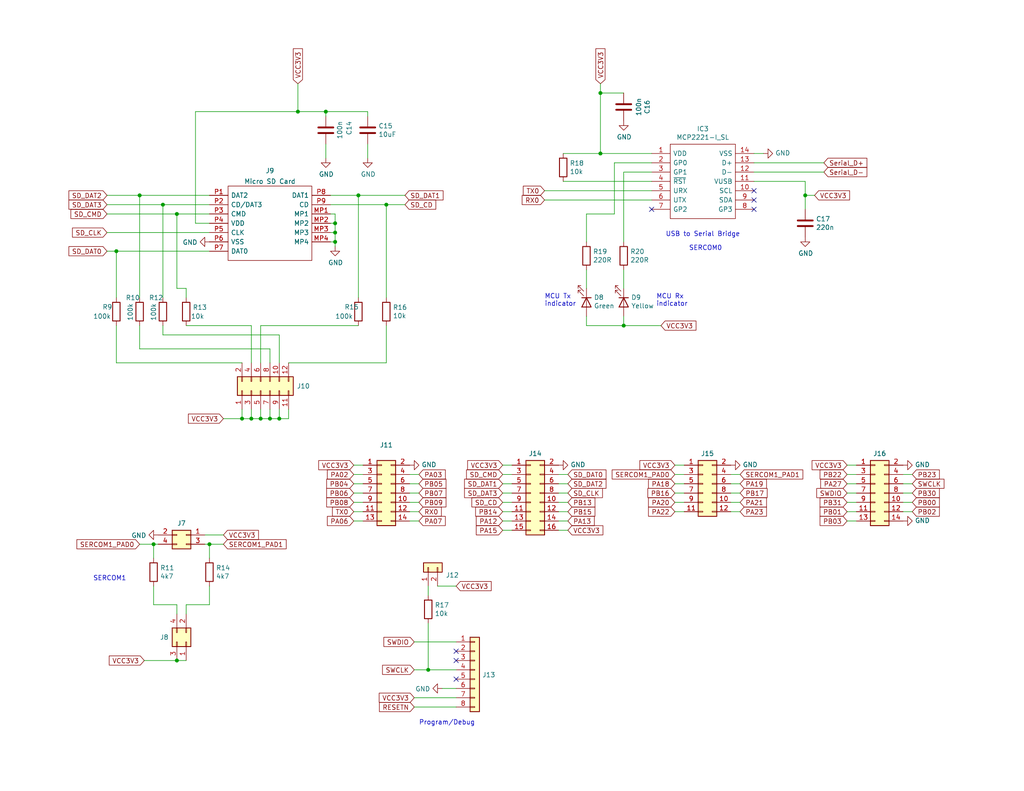
<source format=kicad_sch>
(kicad_sch (version 20211123) (generator eeschema)
  (paper "USLetter")
  (title_block (title "ATSAME51 Demo Board") (date "2021-10-25") (rev "1.0") (company "Quantum Embedded Systems"))
  (lib_symbols
    (symbol "Connector_Generic:Conn_01x02" (pin_names (offset 1.016) hide)
      (property "Reference" "J" (at 0 2.54 0))
      (property "Value" "Conn_01x02" (at 0 -5.08 0))
      (symbol "Conn_01x02_1_1"
        (rectangle (start -1.27 -2.413) (end 0 -2.667) (stroke (width 0.1524)))
        (rectangle (start -1.27 0.127) (end 0 -0.127) (stroke (width 0.1524)))
        (rectangle (start -1.27 1.27) (end 1.27 -3.81) (stroke (width 0.254)) (fill (type background)))
        (pin passive line (at -5.08 0 0) (length 3.81) (name "Pin_1") (number "1"))
        (pin passive line (at -5.08 -2.54 0) (length 3.81) (name "Pin_2") (number "2"))
      )
    )
    (symbol "Connector_Generic:Conn_01x08" (pin_names (offset 1.016) hide)
      (property "Reference" "J" (at 0 10.16 0))
      (property "Value" "Conn_01x08" (at 0 -12.7 0))
      (symbol "Conn_01x08_1_1"
        (rectangle (start -1.27 -10.033) (end 0 -10.287) (stroke (width 0.1524)))
        (rectangle (start -1.27 -7.493) (end 0 -7.747) (stroke (width 0.1524)))
        (rectangle (start -1.27 -4.953) (end 0 -5.207) (stroke (width 0.1524)))
        (rectangle (start -1.27 -2.413) (end 0 -2.667) (stroke (width 0.1524)))
        (rectangle (start -1.27 0.127) (end 0 -0.127) (stroke (width 0.1524)))
        (rectangle (start -1.27 2.667) (end 0 2.413) (stroke (width 0.1524)))
        (rectangle (start -1.27 5.207) (end 0 4.953) (stroke (width 0.1524)))
        (rectangle (start -1.27 7.747) (end 0 7.493) (stroke (width 0.1524)))
        (rectangle (start -1.27 8.89) (end 1.27 -11.43) (stroke (width 0.254)) (fill (type background)))
        (pin passive line (at -5.08 7.62 0) (length 3.81) (name "Pin_1") (number "1"))
        (pin passive line (at -5.08 5.08 0) (length 3.81) (name "Pin_2") (number "2"))
        (pin passive line (at -5.08 2.54 0) (length 3.81) (name "Pin_3") (number "3"))
        (pin passive line (at -5.08 0 0) (length 3.81) (name "Pin_4") (number "4"))
        (pin passive line (at -5.08 -2.54 0) (length 3.81) (name "Pin_5") (number "5"))
        (pin passive line (at -5.08 -5.08 0) (length 3.81) (name "Pin_6") (number "6"))
        (pin passive line (at -5.08 -7.62 0) (length 3.81) (name "Pin_7") (number "7"))
        (pin passive line (at -5.08 -10.16 0) (length 3.81) (name "Pin_8") (number "8"))
      )
    )
    (symbol "Connector_Generic:Conn_02x02_Odd_Even" (pin_names (offset 1.016) hide)
      (property "Reference" "J" (at 1.27 2.54 0))
      (property "Value" "Conn_02x02_Odd_Even" (at 1.27 -5.08 0))
      (symbol "Conn_02x02_Odd_Even_1_1"
        (rectangle (start -1.27 -2.413) (end 0 -2.667) (stroke (width 0.1524)))
        (rectangle (start -1.27 0.127) (end 0 -0.127) (stroke (width 0.1524)))
        (rectangle (start -1.27 1.27) (end 3.81 -3.81) (stroke (width 0.254)) (fill (type background)))
        (rectangle (start 3.81 -2.413) (end 2.54 -2.667) (stroke (width 0.1524)))
        (rectangle (start 3.81 0.127) (end 2.54 -0.127) (stroke (width 0.1524)))
        (pin passive line (at -5.08 0 0) (length 3.81) (name "Pin_1") (number "1"))
        (pin passive line (at 7.62 0 180) (length 3.81) (name "Pin_2") (number "2"))
        (pin passive line (at -5.08 -2.54 0) (length 3.81) (name "Pin_3") (number "3"))
        (pin passive line (at 7.62 -2.54 180) (length 3.81) (name "Pin_4") (number "4"))
      )
    )
    (symbol "Connector_Generic:Conn_02x06_Odd_Even" (pin_names (offset 1.016) hide)
      (property "Reference" "J" (at 1.27 7.62 0))
      (property "Value" "Conn_02x06_Odd_Even" (at 1.27 -10.16 0))
      (symbol "Conn_02x06_Odd_Even_1_1"
        (rectangle (start -1.27 -7.493) (end 0 -7.747) (stroke (width 0.1524)))
        (rectangle (start -1.27 -4.953) (end 0 -5.207) (stroke (width 0.1524)))
        (rectangle (start -1.27 -2.413) (end 0 -2.667) (stroke (width 0.1524)))
        (rectangle (start -1.27 0.127) (end 0 -0.127) (stroke (width 0.1524)))
        (rectangle (start -1.27 2.667) (end 0 2.413) (stroke (width 0.1524)))
        (rectangle (start -1.27 5.207) (end 0 4.953) (stroke (width 0.1524)))
        (rectangle (start -1.27 6.35) (end 3.81 -8.89) (stroke (width 0.254)) (fill (type background)))
        (rectangle (start 3.81 -7.493) (end 2.54 -7.747) (stroke (width 0.1524)))
        (rectangle (start 3.81 -4.953) (end 2.54 -5.207) (stroke (width 0.1524)))
        (rectangle (start 3.81 -2.413) (end 2.54 -2.667) (stroke (width 0.1524)))
        (rectangle (start 3.81 0.127) (end 2.54 -0.127) (stroke (width 0.1524)))
        (rectangle (start 3.81 2.667) (end 2.54 2.413) (stroke (width 0.1524)))
        (rectangle (start 3.81 5.207) (end 2.54 4.953) (stroke (width 0.1524)))
        (pin passive line (at -5.08 5.08 0) (length 3.81) (name "Pin_1") (number "1"))
        (pin passive line (at 7.62 -5.08 180) (length 3.81) (name "Pin_10") (number "10"))
        (pin passive line (at -5.08 -7.62 0) (length 3.81) (name "Pin_11") (number "11"))
        (pin passive line (at 7.62 -7.62 180) (length 3.81) (name "Pin_12") (number "12"))
        (pin passive line (at 7.62 5.08 180) (length 3.81) (name "Pin_2") (number "2"))
        (pin passive line (at -5.08 2.54 0) (length 3.81) (name "Pin_3") (number "3"))
        (pin passive line (at 7.62 2.54 180) (length 3.81) (name "Pin_4") (number "4"))
        (pin passive line (at -5.08 0 0) (length 3.81) (name "Pin_5") (number "5"))
        (pin passive line (at 7.62 0 180) (length 3.81) (name "Pin_6") (number "6"))
        (pin passive line (at -5.08 -2.54 0) (length 3.81) (name "Pin_7") (number "7"))
        (pin passive line (at 7.62 -2.54 180) (length 3.81) (name "Pin_8") (number "8"))
        (pin passive line (at -5.08 -5.08 0) (length 3.81) (name "Pin_9") (number "9"))
      )
    )
    (symbol "Connector_Generic:Conn_02x07_Odd_Even" (pin_names (offset 1.016) hide)
      (property "Reference" "J" (at 1.27 10.16 0))
      (property "Value" "Conn_02x07_Odd_Even" (at 1.27 -10.16 0))
      (symbol "Conn_02x07_Odd_Even_1_1"
        (rectangle (start -1.27 -7.493) (end 0 -7.747) (stroke (width 0.1524)))
        (rectangle (start -1.27 -4.953) (end 0 -5.207) (stroke (width 0.1524)))
        (rectangle (start -1.27 -2.413) (end 0 -2.667) (stroke (width 0.1524)))
        (rectangle (start -1.27 0.127) (end 0 -0.127) (stroke (width 0.1524)))
        (rectangle (start -1.27 2.667) (end 0 2.413) (stroke (width 0.1524)))
        (rectangle (start -1.27 5.207) (end 0 4.953) (stroke (width 0.1524)))
        (rectangle (start -1.27 7.747) (end 0 7.493) (stroke (width 0.1524)))
        (rectangle (start -1.27 8.89) (end 3.81 -8.89) (stroke (width 0.254)) (fill (type background)))
        (rectangle (start 3.81 -7.493) (end 2.54 -7.747) (stroke (width 0.1524)))
        (rectangle (start 3.81 -4.953) (end 2.54 -5.207) (stroke (width 0.1524)))
        (rectangle (start 3.81 -2.413) (end 2.54 -2.667) (stroke (width 0.1524)))
        (rectangle (start 3.81 0.127) (end 2.54 -0.127) (stroke (width 0.1524)))
        (rectangle (start 3.81 2.667) (end 2.54 2.413) (stroke (width 0.1524)))
        (rectangle (start 3.81 5.207) (end 2.54 4.953) (stroke (width 0.1524)))
        (rectangle (start 3.81 7.747) (end 2.54 7.493) (stroke (width 0.1524)))
        (pin passive line (at -5.08 7.62 0) (length 3.81) (name "Pin_1") (number "1"))
        (pin passive line (at 7.62 -2.54 180) (length 3.81) (name "Pin_10") (number "10"))
        (pin passive line (at -5.08 -5.08 0) (length 3.81) (name "Pin_11") (number "11"))
        (pin passive line (at 7.62 -5.08 180) (length 3.81) (name "Pin_12") (number "12"))
        (pin passive line (at -5.08 -7.62 0) (length 3.81) (name "Pin_13") (number "13"))
        (pin passive line (at 7.62 -7.62 180) (length 3.81) (name "Pin_14") (number "14"))
        (pin passive line (at 7.62 7.62 180) (length 3.81) (name "Pin_2") (number "2"))
        (pin passive line (at -5.08 5.08 0) (length 3.81) (name "Pin_3") (number "3"))
        (pin passive line (at 7.62 5.08 180) (length 3.81) (name "Pin_4") (number "4"))
        (pin passive line (at -5.08 2.54 0) (length 3.81) (name "Pin_5") (number "5"))
        (pin passive line (at 7.62 2.54 180) (length 3.81) (name "Pin_6") (number "6"))
        (pin passive line (at -5.08 0 0) (length 3.81) (name "Pin_7") (number "7"))
        (pin passive line (at 7.62 0 180) (length 3.81) (name "Pin_8") (number "8"))
        (pin passive line (at -5.08 -2.54 0) (length 3.81) (name "Pin_9") (number "9"))
      )
    )
    (symbol "Connector_Generic:Conn_02x08_Odd_Even" (pin_names (offset 1.016) hide)
      (property "Reference" "J" (at 1.27 10.16 0))
      (property "Value" "Conn_02x08_Odd_Even" (at 1.27 -12.7 0))
      (symbol "Conn_02x08_Odd_Even_1_1"
        (rectangle (start -1.27 -10.033) (end 0 -10.287) (stroke (width 0.1524)))
        (rectangle (start -1.27 -7.493) (end 0 -7.747) (stroke (width 0.1524)))
        (rectangle (start -1.27 -4.953) (end 0 -5.207) (stroke (width 0.1524)))
        (rectangle (start -1.27 -2.413) (end 0 -2.667) (stroke (width 0.1524)))
        (rectangle (start -1.27 0.127) (end 0 -0.127) (stroke (width 0.1524)))
        (rectangle (start -1.27 2.667) (end 0 2.413) (stroke (width 0.1524)))
        (rectangle (start -1.27 5.207) (end 0 4.953) (stroke (width 0.1524)))
        (rectangle (start -1.27 7.747) (end 0 7.493) (stroke (width 0.1524)))
        (rectangle (start -1.27 8.89) (end 3.81 -11.43) (stroke (width 0.254)) (fill (type background)))
        (rectangle (start 3.81 -10.033) (end 2.54 -10.287) (stroke (width 0.1524)))
        (rectangle (start 3.81 -7.493) (end 2.54 -7.747) (stroke (width 0.1524)))
        (rectangle (start 3.81 -4.953) (end 2.54 -5.207) (stroke (width 0.1524)))
        (rectangle (start 3.81 -2.413) (end 2.54 -2.667) (stroke (width 0.1524)))
        (rectangle (start 3.81 0.127) (end 2.54 -0.127) (stroke (width 0.1524)))
        (rectangle (start 3.81 2.667) (end 2.54 2.413) (stroke (width 0.1524)))
        (rectangle (start 3.81 5.207) (end 2.54 4.953) (stroke (width 0.1524)))
        (rectangle (start 3.81 7.747) (end 2.54 7.493) (stroke (width 0.1524)))
        (pin passive line (at -5.08 7.62 0) (length 3.81) (name "Pin_1") (number "1"))
        (pin passive line (at 7.62 -2.54 180) (length 3.81) (name "Pin_10") (number "10"))
        (pin passive line (at -5.08 -5.08 0) (length 3.81) (name "Pin_11") (number "11"))
        (pin passive line (at 7.62 -5.08 180) (length 3.81) (name "Pin_12") (number "12"))
        (pin passive line (at -5.08 -7.62 0) (length 3.81) (name "Pin_13") (number "13"))
        (pin passive line (at 7.62 -7.62 180) (length 3.81) (name "Pin_14") (number "14"))
        (pin passive line (at -5.08 -10.16 0) (length 3.81) (name "Pin_15") (number "15"))
        (pin passive line (at 7.62 -10.16 180) (length 3.81) (name "Pin_16") (number "16"))
        (pin passive line (at 7.62 7.62 180) (length 3.81) (name "Pin_2") (number "2"))
        (pin passive line (at -5.08 5.08 0) (length 3.81) (name "Pin_3") (number "3"))
        (pin passive line (at 7.62 5.08 180) (length 3.81) (name "Pin_4") (number "4"))
        (pin passive line (at -5.08 2.54 0) (length 3.81) (name "Pin_5") (number "5"))
        (pin passive line (at 7.62 2.54 180) (length 3.81) (name "Pin_6") (number "6"))
        (pin passive line (at -5.08 0 0) (length 3.81) (name "Pin_7") (number "7"))
        (pin passive line (at 7.62 0 180) (length 3.81) (name "Pin_8") (number "8"))
        (pin passive line (at -5.08 -2.54 0) (length 3.81) (name "Pin_9") (number "9"))
      )
    )
    (symbol "Device:C" (pin_numbers hide) (pin_names (offset 0.254))
      (property "Reference" "C" (at 0.635 2.54 0))
      (property "Value" "C" (at 0.635 -2.54 0))
      (symbol "C_0_1"
        (polyline (pts (xy -2.032 -0.762) (xy 2.032 -0.762)) (stroke (width 0.508)))
        (polyline (pts (xy -2.032 0.762) (xy 2.032 0.762)) (stroke (width 0.508)))
      )
      (symbol "C_1_1"
        (pin passive line (at 0 3.81 270) (length 2.794) (name "~") (number "1"))
        (pin passive line (at 0 -3.81 90) (length 2.794) (name "~") (number "2"))
      )
    )
    (symbol "Device:LED" (pin_numbers hide) (pin_names (offset 1.016) hide)
      (property "Reference" "D" (at 0 2.54 0))
      (property "Value" "LED" (at 0 -2.54 0))
      (symbol "LED_0_1"
        (polyline (pts (xy -1.27 -1.27) (xy -1.27 1.27)) (stroke (width 0.254)))
        (polyline (pts (xy -1.27 0) (xy 1.27 0)))
        (polyline (pts (xy 1.27 -1.27) (xy 1.27 1.27) (xy -1.27 0) (xy 1.27 -1.27)) (stroke (width 0.254)))
        (polyline (pts (xy -3.048 -0.762) (xy -4.572 -2.286) (xy -3.81 -2.286) (xy -4.572 -2.286) (xy -4.572 -1.524)))
        (polyline (pts (xy -1.778 -0.762) (xy -3.302 -2.286) (xy -2.54 -2.286) (xy -3.302 -2.286) (xy -3.302 -1.524)))
      )
      (symbol "LED_1_1"
        (pin passive line (at -3.81 0 0) (length 2.54) (name "K") (number "1"))
        (pin passive line (at 3.81 0 180) (length 2.54) (name "A") (number "2"))
      )
    )
    (symbol "Device:R" (pin_numbers hide) (pin_names (offset 0))
      (property "Reference" "R" (at 2.032 0 90))
      (property "Value" "R" (at 0 0 90))
      (symbol "R_0_1"
        (rectangle (start -1.016 -2.54) (end 1.016 2.54) (stroke (width 0.254)))
      )
      (symbol "R_1_1"
        (pin passive line (at 0 3.81 270) (length 1.27) (name "~") (number "1"))
        (pin passive line (at 0 -3.81 90) (length 1.27) (name "~") (number "2"))
      )
    )
    (symbol "SamacSys_Parts:MCP2221-I_SL" (pin_names (offset 0.762))
      (property "Reference" "IC" (at 24.13 7.62 0))
      (property "Value" "MCP2221-I_SL" (at 24.13 5.08 0))
      (symbol "MCP2221-I_SL_0_0"
        (pin passive line (at 0 0 0) (length 5.08) (name "VDD") (number "1"))
        (pin passive line (at 27.94 -10.16 180) (length 5.08) (name "SCL") (number "10"))
        (pin passive line (at 27.94 -7.62 180) (length 5.08) (name "VUSB") (number "11"))
        (pin passive line (at 27.94 -5.08 180) (length 5.08) (name "D-") (number "12"))
        (pin passive line (at 27.94 -2.54 180) (length 5.08) (name "D+") (number "13"))
        (pin passive line (at 27.94 0 180) (length 5.08) (name "VSS") (number "14"))
        (pin passive line (at 0 -2.54 0) (length 5.08) (name "GP0") (number "2"))
        (pin passive line (at 0 -5.08 0) (length 5.08) (name "GP1") (number "3"))
        (pin passive line (at 0 -7.62 0) (length 5.08) (name "~{RST}") (number "4"))
        (pin passive line (at 0 -10.16 0) (length 5.08) (name "URX") (number "5"))
        (pin passive line (at 0 -12.7 0) (length 5.08) (name "UTX") (number "6"))
        (pin passive line (at 0 -15.24 0) (length 5.08) (name "GP2") (number "7"))
        (pin passive line (at 27.94 -15.24 180) (length 5.08) (name "GP3") (number "8"))
        (pin passive line (at 27.94 -12.7 180) (length 5.08) (name "SDA") (number "9"))
      )
      (symbol "MCP2221-I_SL_0_1"
        (polyline (pts (xy 5.08 2.54) (xy 22.86 2.54) (xy 22.86 -17.78) (xy 5.08 -17.78) (xy 5.08 2.54)) (stroke (width 0.1524)))
      )
    )
    (symbol "SamacSys_Parts:MEM2075-00-140-01-A" (pin_names (offset 0.762))
      (property "Reference" "J" (at 29.21 7.62 0))
      (property "Value" "MEM2075-00-140-01-A" (at 29.21 5.08 0))
      (symbol "MEM2075-00-140-01-A_0_0"
        (pin passive line (at 33.02 -5.08 180) (length 5.08) (name "MP1") (number "MP1"))
        (pin passive line (at 33.02 -7.62 180) (length 5.08) (name "MP2") (number "MP2"))
        (pin passive line (at 33.02 -10.16 180) (length 5.08) (name "MP3") (number "MP3"))
        (pin passive line (at 33.02 -12.7 180) (length 5.08) (name "MP4") (number "MP4"))
        (pin passive line (at 0 0 0) (length 5.08) (name "DAT2") (number "P1"))
        (pin passive line (at 0 -2.54 0) (length 5.08) (name "CD/DAT3") (number "P2"))
        (pin passive line (at 0 -5.08 0) (length 5.08) (name "CMD") (number "P3"))
        (pin passive line (at 0 -7.62 0) (length 5.08) (name "VDD") (number "P4"))
        (pin passive line (at 0 -10.16 0) (length 5.08) (name "CLK") (number "P5"))
        (pin passive line (at 0 -12.7 0) (length 5.08) (name "VSS") (number "P6"))
        (pin passive line (at 0 -15.24 0) (length 5.08) (name "DAT0") (number "P7"))
        (pin passive line (at 33.02 0 180) (length 5.08) (name "DAT1") (number "P8"))
        (pin passive line (at 33.02 -2.54 180) (length 5.08) (name "CD") (number "P9"))
      )
      (symbol "MEM2075-00-140-01-A_0_1"
        (polyline (pts (xy 5.08 2.54) (xy 27.94 2.54) (xy 27.94 -17.78) (xy 5.08 -17.78) (xy 5.08 2.54)) (stroke (width 0.1524)))
      )
    )
    (symbol "power:GND" (power) (pin_names (offset 0))
      (property "Value" "GND" (at 0 -3.81 0))
      (symbol "GND_0_1"
        (polyline (pts (xy 0 0) (xy 0 -1.27) (xy 1.27 -1.27) (xy 0 -2.54) (xy -1.27 -1.27) (xy 0 -1.27)))
      )
      (symbol "GND_1_1"
        (pin power_in line (at 0 0 270) (length 0) hide (name "GND") (number "1"))
      )
    )
  )
  (junction (at 44.45 55.88))
  (junction (at 38.1 53.34))
  (junction (at 91.44 63.5))
  (junction (at 97.79 53.34))
  (junction (at 68.58 114.3))
  (junction (at 71.12 114.3))
  (junction (at 219.71 53.34))
  (junction (at 88.9 30.48))
  (junction (at 73.66 114.3))
  (junction (at 41.91 148.59))
  (junction (at 116.84 182.88))
  (junction (at 31.75 68.58))
  (junction (at 163.83 41.91))
  (junction (at 76.2 114.3))
  (junction (at 48.26 58.42))
  (junction (at 48.26 180.34))
  (junction (at 57.15 148.59))
  (junction (at 91.44 66.04))
  (junction (at 163.83 25.4))
  (junction (at 91.44 60.96))
  (junction (at 66.04 114.3))
  (junction (at 81.28 30.48))
  (junction (at 105.41 55.88))
  (junction (at 170.18 88.9))
  (no_connect (at 124.46 185.42))
  (no_connect (at 205.74 52.07))
  (no_connect (at 205.74 54.61))
  (no_connect (at 124.46 180.34))
  (no_connect (at 124.46 177.8))
  (no_connect (at 177.8 57.15))
  (no_connect (at 205.74 57.15))
  (wire (pts (xy 48.26 78.74) (xy 48.26 58.42)))
  (wire (pts (xy 231.14 132.08) (xy 233.68 132.08)))
  (wire (pts (xy 154.94 139.7) (xy 152.4 139.7)))
  (wire (pts (xy 91.44 66.04) (xy 91.44 67.31)))
  (wire (pts (xy 76.2 114.3) (xy 78.74 114.3)))
  (wire (pts (xy 90.17 66.04) (xy 91.44 66.04)))
  (wire (pts (xy 111.76 142.24) (xy 114.3 142.24)))
  (wire (pts (xy 53.34 60.96) (xy 53.34 30.48)))
  (wire (pts (xy 233.68 142.24) (xy 231.14 142.24)))
  (wire (pts (xy 29.21 58.42) (xy 48.26 58.42)))
  (wire (pts (xy 154.94 134.62) (xy 152.4 134.62)))
  (wire (pts (xy 88.9 30.48) (xy 100.33 30.48)))
  (wire (pts (xy 139.7 134.62) (xy 137.16 134.62)))
  (wire (pts (xy 91.44 60.96) (xy 91.44 63.5)))
  (wire (pts (xy 68.58 111.76) (xy 68.58 114.3)))
  (wire (pts (xy 231.14 139.7) (xy 233.68 139.7)))
  (wire (pts (xy 170.18 46.99) (xy 170.18 66.04)))
  (wire (pts (xy 148.59 52.07) (xy 177.8 52.07)))
  (wire (pts (xy 222.25 53.34) (xy 219.71 53.34)))
  (wire (pts (xy 124.46 190.5) (xy 113.03 190.5)))
  (wire (pts (xy 57.15 160.02) (xy 57.15 165.1)))
  (wire (pts (xy 90.17 63.5) (xy 91.44 63.5)))
  (wire (pts (xy 100.33 43.18) (xy 100.33 39.37)))
  (wire (pts (xy 160.02 73.66) (xy 160.02 78.74)))
  (wire (pts (xy 114.3 134.62) (xy 111.76 134.62)))
  (wire (pts (xy 66.04 111.76) (xy 66.04 114.3)))
  (wire (pts (xy 148.59 54.61) (xy 177.8 54.61)))
  (wire (pts (xy 160.02 88.9) (xy 170.18 88.9)))
  (wire (pts (xy 186.69 129.54) (xy 184.15 129.54)))
  (wire (pts (xy 248.92 139.7) (xy 246.38 139.7)))
  (wire (pts (xy 111.76 132.08) (xy 114.3 132.08)))
  (wire (pts (xy 57.15 148.59) (xy 60.96 148.59)))
  (wire (pts (xy 170.18 25.4) (xy 163.83 25.4)))
  (wire (pts (xy 88.9 39.37) (xy 88.9 43.18)))
  (wire (pts (xy 76.2 91.44) (xy 76.2 99.06)))
  (wire (pts (xy 71.12 88.9) (xy 71.12 99.06)))
  (wire (pts (xy 219.71 53.34) (xy 219.71 57.15)))
  (wire (pts (xy 201.93 132.08) (xy 199.39 132.08)))
  (wire (pts (xy 44.45 88.9) (xy 44.45 91.44)))
  (wire (pts (xy 153.67 41.91) (xy 163.83 41.91)))
  (wire (pts (xy 91.44 63.5) (xy 91.44 66.04)))
  (wire (pts (xy 116.84 162.56) (xy 116.84 160.02)))
  (wire (pts (xy 78.74 114.3) (xy 78.74 111.76)))
  (wire (pts (xy 233.68 137.16) (xy 231.14 137.16)))
  (wire (pts (xy 111.76 137.16) (xy 114.3 137.16)))
  (wire (pts (xy 55.88 146.05) (xy 60.96 146.05)))
  (wire (pts (xy 201.93 137.16) (xy 199.39 137.16)))
  (wire (pts (xy 88.9 31.75) (xy 88.9 30.48)))
  (wire (pts (xy 177.8 49.53) (xy 153.67 49.53)))
  (wire (pts (xy 152.4 132.08) (xy 154.94 132.08)))
  (wire (pts (xy 99.06 142.24) (xy 96.52 142.24)))
  (wire (pts (xy 124.46 182.88) (xy 116.84 182.88)))
  (wire (pts (xy 177.8 41.91) (xy 163.83 41.91)))
  (wire (pts (xy 97.79 88.9) (xy 71.12 88.9)))
  (wire (pts (xy 154.94 129.54) (xy 152.4 129.54)))
  (wire (pts (xy 68.58 88.9) (xy 68.58 99.06)))
  (wire (pts (xy 184.15 127) (xy 186.69 127)))
  (wire (pts (xy 105.41 81.28) (xy 105.41 55.88)))
  (wire (pts (xy 96.52 127) (xy 99.06 127)))
  (wire (pts (xy 31.75 99.06) (xy 66.04 99.06)))
  (wire (pts (xy 48.26 58.42) (xy 57.15 58.42)))
  (wire (pts (xy 160.02 58.42) (xy 160.02 66.04)))
  (wire (pts (xy 152.4 142.24) (xy 154.94 142.24)))
  (wire (pts (xy 38.1 53.34) (xy 57.15 53.34)))
  (wire (pts (xy 50.8 180.34) (xy 48.26 180.34)))
  (wire (pts (xy 48.26 165.1) (xy 48.26 167.64)))
  (wire (pts (xy 31.75 68.58) (xy 57.15 68.58)))
  (wire (pts (xy 97.79 81.28) (xy 97.79 53.34)))
  (wire (pts (xy 96.52 139.7) (xy 99.06 139.7)))
  (wire (pts (xy 50.8 165.1) (xy 50.8 167.64)))
  (wire (pts (xy 199.39 134.62) (xy 201.93 134.62)))
  (wire (pts (xy 68.58 114.3) (xy 71.12 114.3)))
  (wire (pts (xy 163.83 25.4) (xy 163.83 22.86)))
  (wire (pts (xy 116.84 182.88) (xy 113.03 182.88)))
  (wire (pts (xy 91.44 58.42) (xy 91.44 60.96)))
  (wire (pts (xy 246.38 132.08) (xy 248.92 132.08)))
  (wire (pts (xy 184.15 137.16) (xy 186.69 137.16)))
  (wire (pts (xy 96.52 134.62) (xy 99.06 134.62)))
  (wire (pts (xy 97.79 53.34) (xy 110.49 53.34)))
  (wire (pts (xy 66.04 114.3) (xy 68.58 114.3)))
  (wire (pts (xy 38.1 148.59) (xy 41.91 148.59)))
  (wire (pts (xy 44.45 91.44) (xy 76.2 91.44)))
  (wire (pts (xy 76.2 111.76) (xy 76.2 114.3)))
  (wire (pts (xy 29.21 53.34) (xy 38.1 53.34)))
  (wire (pts (xy 163.83 41.91) (xy 163.83 25.4)))
  (wire (pts (xy 57.15 152.4) (xy 57.15 148.59)))
  (wire (pts (xy 50.8 81.28) (xy 50.8 78.74)))
  (wire (pts (xy 170.18 86.36) (xy 170.18 88.9)))
  (wire (pts (xy 90.17 60.96) (xy 91.44 60.96)))
  (wire (pts (xy 116.84 170.18) (xy 116.84 182.88)))
  (wire (pts (xy 160.02 86.36) (xy 160.02 88.9)))
  (wire (pts (xy 208.28 41.91) (xy 205.74 41.91)))
  (wire (pts (xy 44.45 55.88) (xy 57.15 55.88)))
  (wire (pts (xy 50.8 78.74) (xy 48.26 78.74)))
  (wire (pts (xy 78.74 99.06) (xy 105.41 99.06)))
  (wire (pts (xy 29.21 63.5) (xy 57.15 63.5)))
  (wire (pts (xy 60.96 114.3) (xy 66.04 114.3)))
  (wire (pts (xy 224.79 46.99) (xy 205.74 46.99)))
  (wire (pts (xy 41.91 165.1) (xy 48.26 165.1)))
  (wire (pts (xy 248.92 134.62) (xy 246.38 134.62)))
  (wire (pts (xy 71.12 111.76) (xy 71.12 114.3)))
  (wire (pts (xy 41.91 152.4) (xy 41.91 148.59)))
  (wire (pts (xy 139.7 139.7) (xy 137.16 139.7)))
  (wire (pts (xy 199.39 139.7) (xy 201.93 139.7)))
  (wire (pts (xy 39.37 180.34) (xy 48.26 180.34)))
  (wire (pts (xy 137.16 142.24) (xy 139.7 142.24)))
  (wire (pts (xy 57.15 60.96) (xy 53.34 60.96)))
  (wire (pts (xy 41.91 160.02) (xy 41.91 165.1)))
  (wire (pts (xy 96.52 129.54) (xy 99.06 129.54)))
  (wire (pts (xy 105.41 99.06) (xy 105.41 88.9)))
  (wire (pts (xy 205.74 49.53) (xy 219.71 49.53)))
  (wire (pts (xy 44.45 81.28) (xy 44.45 55.88)))
  (wire (pts (xy 38.1 81.28) (xy 38.1 53.34)))
  (wire (pts (xy 124.46 187.96) (xy 120.65 187.96)))
  (wire (pts (xy 90.17 58.42) (xy 91.44 58.42)))
  (wire (pts (xy 219.71 49.53) (xy 219.71 53.34)))
  (wire (pts (xy 73.66 95.25) (xy 73.66 99.06)))
  (wire (pts (xy 41.91 148.59) (xy 43.18 148.59)))
  (wire (pts (xy 99.06 137.16) (xy 96.52 137.16)))
  (wire (pts (xy 114.3 139.7) (xy 111.76 139.7)))
  (wire (pts (xy 177.8 44.45) (xy 167.64 44.45)))
  (wire (pts (xy 81.28 22.86) (xy 81.28 30.48)))
  (wire (pts (xy 57.15 165.1) (xy 50.8 165.1)))
  (wire (pts (xy 29.21 55.88) (xy 44.45 55.88)))
  (wire (pts (xy 246.38 137.16) (xy 248.92 137.16)))
  (wire (pts (xy 205.74 44.45) (xy 224.79 44.45)))
  (wire (pts (xy 113.03 193.04) (xy 124.46 193.04)))
  (wire (pts (xy 31.75 88.9) (xy 31.75 99.06)))
  (wire (pts (xy 38.1 88.9) (xy 38.1 95.25)))
  (wire (pts (xy 139.7 129.54) (xy 137.16 129.54)))
  (wire (pts (xy 184.15 132.08) (xy 186.69 132.08)))
  (wire (pts (xy 38.1 95.25) (xy 73.66 95.25)))
  (wire (pts (xy 152.4 137.16) (xy 154.94 137.16)))
  (wire (pts (xy 96.52 132.08) (xy 99.06 132.08)))
  (wire (pts (xy 170.18 88.9) (xy 180.34 88.9)))
  (wire (pts (xy 137.16 132.08) (xy 139.7 132.08)))
  (wire (pts (xy 167.64 58.42) (xy 160.02 58.42)))
  (wire (pts (xy 139.7 144.78) (xy 137.16 144.78)))
  (wire (pts (xy 55.88 148.59) (xy 57.15 148.59)))
  (wire (pts (xy 81.28 30.48) (xy 88.9 30.48)))
  (wire (pts (xy 231.14 134.62) (xy 233.68 134.62)))
  (wire (pts (xy 114.3 129.54) (xy 111.76 129.54)))
  (wire (pts (xy 177.8 46.99) (xy 170.18 46.99)))
  (wire (pts (xy 113.03 175.26) (xy 124.46 175.26)))
  (wire (pts (xy 199.39 129.54) (xy 201.93 129.54)))
  (wire (pts (xy 231.14 129.54) (xy 233.68 129.54)))
  (wire (pts (xy 152.4 144.78) (xy 154.94 144.78)))
  (wire (pts (xy 73.66 111.76) (xy 73.66 114.3)))
  (wire (pts (xy 29.21 68.58) (xy 31.75 68.58)))
  (wire (pts (xy 137.16 137.16) (xy 139.7 137.16)))
  (wire (pts (xy 184.15 139.7) (xy 186.69 139.7)))
  (wire (pts (xy 137.16 127) (xy 139.7 127)))
  (wire (pts (xy 119.38 160.02) (xy 124.46 160.02)))
  (wire (pts (xy 233.68 127) (xy 231.14 127)))
  (wire (pts (xy 246.38 129.54) (xy 248.92 129.54)))
  (wire (pts (xy 100.33 30.48) (xy 100.33 31.75)))
  (wire (pts (xy 167.64 44.45) (xy 167.64 58.42)))
  (wire (pts (xy 50.8 88.9) (xy 68.58 88.9)))
  (wire (pts (xy 186.69 134.62) (xy 184.15 134.62)))
  (wire (pts (xy 53.34 30.48) (xy 81.28 30.48)))
  (wire (pts (xy 105.41 55.88) (xy 110.49 55.88)))
  (wire (pts (xy 31.75 81.28) (xy 31.75 68.58)))
  (wire (pts (xy 73.66 114.3) (xy 76.2 114.3)))
  (wire (pts (xy 170.18 73.66) (xy 170.18 78.74)))
  (wire (pts (xy 90.17 53.34) (xy 97.79 53.34)))
  (wire (pts (xy 90.17 55.88) (xy 105.41 55.88)))
  (wire (pts (xy 71.12 114.3) (xy 73.66 114.3)))
  (text "MCU Rx\nindicator" (at 179.07 83.82 0) (effects (font (size 1.27 1.27)) (justify left bottom)))
  (text "SERCOM1" (at 25.4 158.75 0) (effects (font (size 1.27 1.27)) (justify left bottom)))
  (text "Program/Debug" (at 114.3 198.12 0) (effects (font (size 1.27 1.27)) (justify left bottom)))
  (text "SERCOM0" (at 187.96 68.58 0) (effects (font (size 1.27 1.27)) (justify left bottom)))
  (text "MCU Tx\nindicator" (at 148.59 83.82 0) (effects (font (size 1.27 1.27)) (justify left bottom)))
  (text "USB to Serial Bridge" (at 181.61 64.77 0) (effects (font (size 1.27 1.27)) (justify left bottom)))
  (global_label "SWCLK" (shape input) (at 248.92 132.08 0) (property "Intersheet References" "${INTERSHEET_REFS}" (effects hide)))
  (global_label "SD_CD" (shape input) (at 137.16 137.16 180) (property "Intersheet References" "${INTERSHEET_REFS}" (effects hide)))
  (global_label "PB30" (shape input) (at 248.92 134.62 0) (property "Intersheet References" "${INTERSHEET_REFS}" (effects hide)))
  (global_label "SERCOM1_PAD1" (shape input) (at 201.93 129.54 0) (property "Intersheet References" "${INTERSHEET_REFS}" (effects hide)))
  (global_label "VCC3V3" (shape input) (at 39.37 180.34 180) (property "Intersheet References" "${INTERSHEET_REFS}" (effects hide)))
  (global_label "PA07" (shape input) (at 114.3 142.24 0) (property "Intersheet References" "${INTERSHEET_REFS}" (effects hide)))
  (global_label "PB17" (shape input) (at 201.93 134.62 0) (property "Intersheet References" "${INTERSHEET_REFS}" (effects hide)))
  (global_label "PB23" (shape input) (at 248.92 129.54 0) (property "Intersheet References" "${INTERSHEET_REFS}" (effects hide)))
  (global_label "PA12" (shape input) (at 137.16 142.24 180) (property "Intersheet References" "${INTERSHEET_REFS}" (effects hide)))
  (global_label "PB09" (shape input) (at 114.3 137.16 0) (property "Intersheet References" "${INTERSHEET_REFS}" (effects hide)))
  (global_label "SD_DAT0" (shape input) (at 29.21 68.58 180) (property "Intersheet References" "${INTERSHEET_REFS}" (effects hide)))
  (global_label "SD_DAT3" (shape input) (at 137.16 134.62 180) (property "Intersheet References" "${INTERSHEET_REFS}" (effects hide)))
  (global_label "TX0" (shape input) (at 96.52 139.7 180) (property "Intersheet References" "${INTERSHEET_REFS}" (effects hide)))
  (global_label "PB07" (shape input) (at 114.3 134.62 0) (property "Intersheet References" "${INTERSHEET_REFS}" (effects hide)))
  (global_label "VCC3V3" (shape input) (at 81.28 22.86 90) (property "Intersheet References" "${INTERSHEET_REFS}" (effects hide)))
  (global_label "PB14" (shape input) (at 137.16 139.7 180) (property "Intersheet References" "${INTERSHEET_REFS}" (effects hide)))
  (global_label "PB08" (shape input) (at 96.52 137.16 180) (property "Intersheet References" "${INTERSHEET_REFS}" (effects hide)))
  (global_label "PA06" (shape input) (at 96.52 142.24 180) (property "Intersheet References" "${INTERSHEET_REFS}" (effects hide)))
  (global_label "SD_CLK" (shape input) (at 29.21 63.5 180) (property "Intersheet References" "${INTERSHEET_REFS}" (effects hide)))
  (global_label "RX0" (shape input) (at 114.3 139.7 0) (property "Intersheet References" "${INTERSHEET_REFS}" (effects hide)))
  (global_label "SERCOM1_PAD0" (shape input) (at 184.15 129.54 180) (property "Intersheet References" "${INTERSHEET_REFS}" (effects hide)))
  (global_label "VCC3V3" (shape input) (at 154.94 144.78 0) (property "Intersheet References" "${INTERSHEET_REFS}" (effects hide)))
  (global_label "SD_CMD" (shape input) (at 137.16 129.54 180) (property "Intersheet References" "${INTERSHEET_REFS}" (effects hide)))
  (global_label "SD_DAT2" (shape input) (at 154.94 132.08 0) (property "Intersheet References" "${INTERSHEET_REFS}" (effects hide)))
  (global_label "VCC3V3" (shape input) (at 137.16 127 180) (property "Intersheet References" "${INTERSHEET_REFS}" (effects hide)))
  (global_label "SD_CMD" (shape input) (at 29.21 58.42 180) (property "Intersheet References" "${INTERSHEET_REFS}" (effects hide)))
  (global_label "VCC3V3" (shape input) (at 184.15 127 180) (property "Intersheet References" "${INTERSHEET_REFS}" (effects hide)))
  (global_label "PB16" (shape input) (at 184.15 134.62 180) (property "Intersheet References" "${INTERSHEET_REFS}" (effects hide)))
  (global_label "PA22" (shape input) (at 184.15 139.7 180) (property "Intersheet References" "${INTERSHEET_REFS}" (effects hide)))
  (global_label "VCC3V3" (shape input) (at 96.52 127 180) (property "Intersheet References" "${INTERSHEET_REFS}" (effects hide)))
  (global_label "PA20" (shape input) (at 184.15 137.16 180) (property "Intersheet References" "${INTERSHEET_REFS}" (effects hide)))
  (global_label "RX0" (shape input) (at 148.59 54.61 180) (property "Intersheet References" "${INTERSHEET_REFS}" (effects hide)))
  (global_label "PB05" (shape input) (at 114.3 132.08 0) (property "Intersheet References" "${INTERSHEET_REFS}" (effects hide)))
  (global_label "PA23" (shape input) (at 201.93 139.7 0) (property "Intersheet References" "${INTERSHEET_REFS}" (effects hide)))
  (global_label "SD_DAT2" (shape input) (at 29.21 53.34 180) (property "Intersheet References" "${INTERSHEET_REFS}" (effects hide)))
  (global_label "PA21" (shape input) (at 201.93 137.16 0) (property "Intersheet References" "${INTERSHEET_REFS}" (effects hide)))
  (global_label "PB22" (shape input) (at 231.14 129.54 180) (property "Intersheet References" "${INTERSHEET_REFS}" (effects hide)))
  (global_label "VCC3V3" (shape input) (at 124.46 160.02 0) (property "Intersheet References" "${INTERSHEET_REFS}" (effects hide)))
  (global_label "VCC3V3" (shape input) (at 60.96 114.3 180) (property "Intersheet References" "${INTERSHEET_REFS}" (effects hide)))
  (global_label "PA03" (shape input) (at 114.3 129.54 0) (property "Intersheet References" "${INTERSHEET_REFS}" (effects hide)))
  (global_label "PB06" (shape input) (at 96.52 134.62 180) (property "Intersheet References" "${INTERSHEET_REFS}" (effects hide)))
  (global_label "PA02" (shape input) (at 96.52 129.54 180) (property "Intersheet References" "${INTERSHEET_REFS}" (effects hide)))
  (global_label "PB04" (shape input) (at 96.52 132.08 180) (property "Intersheet References" "${INTERSHEET_REFS}" (effects hide)))
  (global_label "PA18" (shape input) (at 184.15 132.08 180) (property "Intersheet References" "${INTERSHEET_REFS}" (effects hide)))
  (global_label "VCC3V3" (shape input) (at 60.96 146.05 0) (property "Intersheet References" "${INTERSHEET_REFS}" (effects hide)))
  (global_label "VCC3V3" (shape input) (at 231.14 127 180) (property "Intersheet References" "${INTERSHEET_REFS}" (effects hide)))
  (global_label "SD_DAT3" (shape input) (at 29.21 55.88 180) (property "Intersheet References" "${INTERSHEET_REFS}" (effects hide)))
  (global_label "PB01" (shape input) (at 231.14 139.7 180) (property "Intersheet References" "${INTERSHEET_REFS}" (effects hide)))
  (global_label "SD_DAT1" (shape input) (at 137.16 132.08 180) (property "Intersheet References" "${INTERSHEET_REFS}" (effects hide)))
  (global_label "SWCLK" (shape input) (at 113.03 182.88 180) (property "Intersheet References" "${INTERSHEET_REFS}" (effects hide)))
  (global_label "Serial_D+" (shape input) (at 224.79 44.45 0) (property "Intersheet References" "${INTERSHEET_REFS}" (effects hide)))
  (global_label "VCC3V3" (shape input) (at 222.25 53.34 0) (property "Intersheet References" "${INTERSHEET_REFS}" (effects hide)))
  (global_label "VCC3V3" (shape input) (at 180.34 88.9 0) (property "Intersheet References" "${INTERSHEET_REFS}" (effects hide)))
  (global_label "SERCOM1_PAD0" (shape input) (at 38.1 148.59 180) (property "Intersheet References" "${INTERSHEET_REFS}" (effects hide)))
  (global_label "SWDIO" (shape input) (at 231.14 134.62 180) (property "Intersheet References" "${INTERSHEET_REFS}" (effects hide)))
  (global_label "SD_CLK" (shape input) (at 154.94 134.62 0) (property "Intersheet References" "${INTERSHEET_REFS}" (effects hide)))
  (global_label "PA15" (shape input) (at 137.16 144.78 180) (property "Intersheet References" "${INTERSHEET_REFS}" (effects hide)))
  (global_label "SD_DAT0" (shape input) (at 154.94 129.54 0) (property "Intersheet References" "${INTERSHEET_REFS}" (effects hide)))
  (global_label "PB02" (shape input) (at 248.92 139.7 0) (property "Intersheet References" "${INTERSHEET_REFS}" (effects hide)))
  (global_label "Serial_D-" (shape input) (at 224.79 46.99 0) (property "Intersheet References" "${INTERSHEET_REFS}" (effects hide)))
  (global_label "PB03" (shape input) (at 231.14 142.24 180) (property "Intersheet References" "${INTERSHEET_REFS}" (effects hide)))
  (global_label "PB13" (shape input) (at 154.94 137.16 0) (property "Intersheet References" "${INTERSHEET_REFS}" (effects hide)))
  (global_label "SERCOM1_PAD1" (shape input) (at 60.96 148.59 0) (property "Intersheet References" "${INTERSHEET_REFS}" (effects hide)))
  (global_label "PA27" (shape input) (at 231.14 132.08 180) (property "Intersheet References" "${INTERSHEET_REFS}" (effects hide)))
  (global_label "TX0" (shape input) (at 148.59 52.07 180) (property "Intersheet References" "${INTERSHEET_REFS}" (effects hide)))
  (global_label "PA13" (shape input) (at 154.94 142.24 0) (property "Intersheet References" "${INTERSHEET_REFS}" (effects hide)))
  (global_label "PB31" (shape input) (at 231.14 137.16 180) (property "Intersheet References" "${INTERSHEET_REFS}" (effects hide)))
  (global_label "RESETN" (shape input) (at 113.03 193.04 180) (property "Intersheet References" "${INTERSHEET_REFS}" (effects hide)))
  (global_label "SD_DAT1" (shape input) (at 110.49 53.34 0) (property "Intersheet References" "${INTERSHEET_REFS}" (effects hide)))
  (global_label "VCC3V3" (shape input) (at 163.83 22.86 90) (property "Intersheet References" "${INTERSHEET_REFS}" (effects hide)))
  (global_label "VCC3V3" (shape input) (at 113.03 190.5 180) (property "Intersheet References" "${INTERSHEET_REFS}" (effects hide)))
  (global_label "PA19" (shape input) (at 201.93 132.08 0) (property "Intersheet References" "${INTERSHEET_REFS}" (effects hide)))
  (global_label "SWDIO" (shape input) (at 113.03 175.26 180) (property "Intersheet References" "${INTERSHEET_REFS}" (effects hide)))
  (global_label "PB15" (shape input) (at 154.94 139.7 0) (property "Intersheet References" "${INTERSHEET_REFS}" (effects hide)))
  (global_label "PB00" (shape input) (at 248.92 137.16 0) (property "Intersheet References" "${INTERSHEET_REFS}" (effects hide)))
  (global_label "SD_CD" (shape input) (at 110.49 55.88 0) (property "Intersheet References" "${INTERSHEET_REFS}" (effects hide)))
  (symbol (lib_id "SamacSys_Parts:MCP2221-I_SL") (at 177.8 41.91 0) (unit 1)
    (property "Reference" "IC3" (at 191.77 35.179 0))
    (property "Value" "MCP2221-I_SL" (at 191.77 37.4904 0))
    (property "Footprint" "SamacSys_Parts:SOIC127P600X175-14N" (effects hide))
    (property "Description" "USB 2.0 to I2C/UART Converter GPIO SO14 Microchip MCP2221-I/SL, USB Converter, USB 2.0 at 12Mbit/s, 3  5.5 V, 14-Pin SOIC" (effects hide))
    (property "Height" "1.75" (effects hide))
    (property "Mouser Part Number" "579-MCP2221-I/SL" (effects hide))
    (property "Mouser Price/Stock" "https://www.mouser.co.uk/ProductDetail/Microchip-Technology/MCP2221-I-SL?qs=wzzOUr4NhYrXnl%252BgbTV6ag%3D%3D" (effects hide))
    (property "Manufacturer_Name" "Microchip" (effects hide))
    (property "Manufacturer_Part_Number" "MCP2221-I/SL" (effects hide))
  )
  (symbol (lib_id "Device:R") (at 153.67 45.72 0) (unit 1)
    (property "Reference" "R18" (at 155.448 44.5516 0) (effects (justify left)))
    (property "Value" "10k" (at 155.448 46.863 0) (effects (justify left)))
    (property "Footprint" "Resistor_SMD:R_0603_1608Metric" (effects hide))
  )
  (symbol (lib_id "Device:C") (at 219.71 60.96 0) (unit 1)
    (property "Reference" "C17" (at 222.631 59.7916 0) (effects (justify left)))
    (property "Value" "220n" (at 222.631 62.103 0) (effects (justify left)))
    (property "Footprint" "Capacitor_SMD:C_0603_1608Metric" (effects hide))
  )
  (symbol (lib_id "Device:C") (at 170.18 29.21 180) (unit 1)
    (property "Reference" "C16" (at 176.5808 29.21 90))
    (property "Value" "100n" (at 174.2694 29.21 90))
    (property "Footprint" "Capacitor_SMD:C_0603_1608Metric" (effects hide))
  )
  (symbol (lib_id "Device:R") (at 160.02 69.85 0) (unit 1)
    (property "Reference" "R19" (at 161.798 68.6816 0) (effects (justify left)))
    (property "Value" "220R" (at 161.798 70.993 0) (effects (justify left)))
    (property "Footprint" "Resistor_SMD:R_0603_1608Metric" (effects hide))
  )
  (symbol (lib_id "Device:R") (at 170.18 69.85 0) (unit 1)
    (property "Reference" "R20" (at 171.958 68.6816 0) (effects (justify left)))
    (property "Value" "220R" (at 171.958 70.993 0) (effects (justify left)))
    (property "Footprint" "Resistor_SMD:R_0603_1608Metric" (effects hide))
  )
  (symbol (lib_id "Device:LED") (at 160.02 82.55 270) (unit 1)
    (property "Reference" "D8" (at 162.052 81.2038 90) (effects (justify left)))
    (property "Value" "Green" (at 162.052 83.5152 90) (effects (justify left)))
    (property "Footprint" "LED_SMD:LED_0603_1608Metric" (effects hide))
  )
  (symbol (lib_id "Device:LED") (at 170.18 82.55 270) (unit 1)
    (property "Reference" "D9" (at 172.212 81.2038 90) (effects (justify left)))
    (property "Value" "Yellow" (at 172.212 83.5152 90) (effects (justify left)))
    (property "Footprint" "LED_SMD:LED_0603_1608Metric" (effects hide))
  )
  (symbol (lib_id "power:GND") (at 219.71 64.77 0) (unit 1)
    (property "Reference" "#PWR039" (effects hide))
    (property "Value" "GND" (at 219.837 69.1642 0))
  )
  (symbol (lib_id "power:GND") (at 170.18 33.02 0) (unit 1)
    (property "Reference" "#PWR036" (effects hide))
    (property "Value" "GND" (at 170.307 37.4142 0))
  )
  (symbol (lib_id "power:GND") (at 208.28 41.91 90) (unit 1)
    (property "Reference" "#PWR038" (effects hide))
    (property "Value" "GND" (at 211.5312 41.783 90) (effects (justify right)))
  )
  (symbol (lib_id "power:GND") (at 88.9 43.18 0) (unit 1)
    (property "Reference" "#PWR030" (effects hide))
    (property "Value" "GND" (at 89.027 47.5742 0))
  )
  (symbol (lib_id "Device:C") (at 88.9 35.56 180) (unit 1)
    (property "Reference" "C14" (at 95.25 33.02 90) (effects (justify left)))
    (property "Value" "100n" (at 92.71 33.02 90) (effects (justify left)))
    (property "Footprint" "Capacitor_SMD:C_0603_1608Metric" (effects hide))
  )
  (symbol (lib_id "Device:C") (at 100.33 35.56 0) (unit 1)
    (property "Reference" "C15" (at 103.251 34.3916 0) (effects (justify left)))
    (property "Value" "10uF" (at 103.251 36.703 0) (effects (justify left)))
    (property "Footprint" "Capacitor_SMD:C_0603_1608Metric" (effects hide))
  )
  (symbol (lib_id "power:GND") (at 100.33 43.18 0) (unit 1)
    (property "Reference" "#PWR032" (effects hide))
    (property "Value" "GND" (at 100.457 47.5742 0))
  )
  (symbol (lib_id "power:GND") (at 91.44 67.31 0) (unit 1)
    (property "Reference" "#PWR031" (effects hide))
    (property "Value" "GND" (at 91.567 71.7042 0))
  )
  (symbol (lib_id "power:GND") (at 57.15 66.04 270) (unit 1)
    (property "Reference" "#PWR029" (effects hide))
    (property "Value" "GND" (at 53.8988 66.167 90) (effects (justify right)))
  )
  (symbol (lib_id "SamacSys_Parts:MEM2075-00-140-01-A") (at 57.15 53.34 0) (unit 1)
    (property "Reference" "J9" (at 73.66 46.609 0))
    (property "Value" "Micro SD Card" (at 73.66 49.53 0))
    (property "Footprint" "SamacSys_Parts:MEM20750014001A" (effects hide))
    (property "Description" "GCT (GLOBAL CONNECTOR TECHNOLOGY) - MEM2075-00-140-01-A - MICRO SD CARD CONN, PUSH-PUSH, 9POS, SMT" (effects hide))
    (property "Height" "1.45" (effects hide))
    (property "Mouser Part Number" "640-MEM20750014001A" (effects hide))
    (property "Mouser Price/Stock" "https://www.mouser.co.uk/ProductDetail/GCT/MEM2075-00-140-01-A?qs=KUoIvG%2F9IlZvfWpeERlq3Q%3D%3D" (effects hide))
    (property "Manufacturer_Name" "GCT (GLOBAL CONNECTOR TECHNOLOGY)" (effects hide))
    (property "Manufacturer_Part_Number" "MEM2075-00-140-01-A" (effects hide))
  )
  (symbol (lib_id "Connector_Generic:Conn_02x02_Odd_Even") (at 50.8 146.05 0) (mirror y) (unit 1)
    (property "Reference" "J7" (at 49.53 142.875 0))
    (property "Value" "Conn_02x02_Odd_Even" (effects hide))
    (property "Footprint" "Connector_PinHeader_2.54mm:PinHeader_2x02_P2.54mm_Vertical" (effects hide))
  )
  (symbol (lib_id "Connector_Generic:Conn_02x02_Odd_Even") (at 50.8 175.26 270) (mirror x) (unit 1)
    (property "Reference" "J8" (at 46.0248 173.99 90) (effects (justify right)))
    (property "Value" "Conn_02x02_Odd_Even" (effects hide))
    (property "Footprint" "Connector_PinHeader_2.54mm:PinHeader_2x02_P2.54mm_Vertical" (effects hide))
  )
  (symbol (lib_id "Device:R") (at 31.75 85.09 0) (unit 1)
    (property "Reference" "R9" (at 27.94 83.82 0) (effects (justify left)))
    (property "Value" "100k" (at 25.4 86.36 0) (effects (justify left)))
    (property "Footprint" "Resistor_SMD:R_0603_1608Metric" (effects hide))
  )
  (symbol (lib_id "Device:R") (at 105.41 85.09 0) (unit 1)
    (property "Reference" "R16" (at 107.188 83.9216 0) (effects (justify left)))
    (property "Value" "10k" (at 107.188 86.233 0) (effects (justify left)))
    (property "Footprint" "Resistor_SMD:R_0603_1608Metric" (effects hide))
  )
  (symbol (lib_id "Device:R") (at 38.1 85.09 0) (unit 1)
    (property "Reference" "R10" (at 34.29 81.28 0) (effects (justify left)))
    (property "Value" "100k" (at 35.56 87.63 90) (effects (justify left)))
    (property "Footprint" "Resistor_SMD:R_0603_1608Metric" (effects hide))
  )
  (symbol (lib_id "Device:R") (at 44.45 85.09 0) (unit 1)
    (property "Reference" "R12" (at 40.64 81.28 0) (effects (justify left)))
    (property "Value" "100k" (at 41.91 87.63 90) (effects (justify left)))
    (property "Footprint" "Resistor_SMD:R_0603_1608Metric" (effects hide))
  )
  (symbol (lib_id "Device:R") (at 50.8 85.09 0) (unit 1)
    (property "Reference" "R13" (at 52.578 83.9216 0) (effects (justify left)))
    (property "Value" "10k" (at 52.07 86.36 0) (effects (justify left)))
    (property "Footprint" "Resistor_SMD:R_0603_1608Metric" (effects hide))
  )
  (symbol (lib_id "Device:R") (at 97.79 85.09 0) (unit 1)
    (property "Reference" "R15" (at 93.98 83.82 0) (effects (justify left)))
    (property "Value" "100k" (at 91.44 86.36 0) (effects (justify left)))
    (property "Footprint" "Resistor_SMD:R_0603_1608Metric" (effects hide))
  )
  (symbol (lib_id "Connector_Generic:Conn_02x06_Odd_Even") (at 71.12 106.68 90) (unit 1)
    (property "Reference" "J10" (at 80.9752 105.41 90) (effects (justify right)))
    (property "Value" "Conn_02x06_Odd_Even" (effects hide))
    (property "Footprint" "Connector_PinHeader_2.54mm:PinHeader_2x06_P2.54mm_Vertical" (effects hide))
  )
  (symbol (lib_id "Connector_Generic:Conn_02x07_Odd_Even") (at 238.76 134.62 0) (unit 1)
    (property "Reference" "J16" (at 240.03 123.825 0))
    (property "Value" "Conn_02x07_Odd_Even" (effects hide))
    (property "Footprint" "Connector_PinHeader_2.54mm:PinHeader_2x07_P2.54mm_Vertical" (effects hide))
  )
  (symbol (lib_id "power:GND") (at 111.76 127 90) (unit 1)
    (property "Reference" "#PWR033" (effects hide))
    (property "Value" "GND" (at 115.0112 126.873 90) (effects (justify right)))
  )
  (symbol (lib_id "Connector_Generic:Conn_02x08_Odd_Even") (at 144.78 134.62 0) (unit 1)
    (property "Reference" "J14" (at 146.05 123.825 0))
    (property "Value" "Conn_02x08_Odd_Even" (effects hide))
    (property "Footprint" "Connector_PinHeader_2.54mm:PinHeader_2x08_P2.54mm_Vertical" (effects hide))
  )
  (symbol (lib_id "Connector_Generic:Conn_02x06_Odd_Even") (at 191.77 132.08 0) (unit 1)
    (property "Reference" "J15" (at 193.04 123.825 0))
    (property "Value" "Conn_02x06_Odd_Even" (effects hide))
    (property "Footprint" "Connector_PinHeader_2.54mm:PinHeader_2x06_P2.54mm_Vertical" (effects hide))
  )
  (symbol (lib_id "power:GND") (at 152.4 127 90) (unit 1)
    (property "Reference" "#PWR035" (effects hide))
    (property "Value" "GND" (at 155.6512 126.873 90) (effects (justify right)))
  )
  (symbol (lib_id "power:GND") (at 199.39 127 90) (unit 1)
    (property "Reference" "#PWR037" (effects hide))
    (property "Value" "GND" (at 202.6412 126.873 90) (effects (justify right)))
  )
  (symbol (lib_id "power:GND") (at 246.38 127 90) (unit 1)
    (property "Reference" "#PWR040" (effects hide))
    (property "Value" "GND" (at 249.6312 126.873 90) (effects (justify right)))
  )
  (symbol (lib_id "power:GND") (at 246.38 142.24 90) (unit 1)
    (property "Reference" "#PWR0101" (effects hide))
    (property "Value" "GND" (at 249.6312 142.113 90) (effects (justify right)))
  )
  (symbol (lib_id "Device:R") (at 41.91 156.21 0) (unit 1)
    (property "Reference" "R11" (at 43.688 155.0416 0) (effects (justify left)))
    (property "Value" "4k7" (at 43.688 157.353 0) (effects (justify left)))
    (property "Footprint" "Resistor_SMD:R_0603_1608Metric" (effects hide))
  )
  (symbol (lib_id "Device:R") (at 57.15 156.21 0) (unit 1)
    (property "Reference" "R14" (at 58.928 155.0416 0) (effects (justify left)))
    (property "Value" "4k7" (at 58.928 157.353 0) (effects (justify left)))
    (property "Footprint" "Resistor_SMD:R_0603_1608Metric" (effects hide))
  )
  (symbol (lib_id "Connector_Generic:Conn_02x07_Odd_Even") (at 104.14 134.62 0) (unit 1)
    (property "Reference" "J11" (at 105.41 121.4882 0))
    (property "Value" "Conn_02x07_Odd_Even" (effects hide))
    (property "Footprint" "Connector_PinHeader_2.54mm:PinHeader_2x07_P2.54mm_Vertical" (effects hide))
  )
  (symbol (lib_id "power:GND") (at 43.18 146.05 270) (unit 1)
    (property "Reference" "#PWR028" (effects hide))
    (property "Value" "GND" (at 39.9288 146.177 90) (effects (justify right)))
  )
  (symbol (lib_id "Connector_Generic:Conn_01x08") (at 129.54 182.88 0) (unit 1)
    (property "Reference" "J13" (at 131.572 184.2516 0) (effects (justify left)))
    (property "Value" "Conn_01x08" (effects hide))
    (property "Footprint" "Connector_PinHeader_2.54mm:PinHeader_1x08_P2.54mm_Horizontal" (effects hide))
  )
  (symbol (lib_id "power:GND") (at 120.65 187.96 270) (unit 1)
    (property "Reference" "#PWR034" (effects hide))
    (property "Value" "GND" (at 117.3988 188.087 90) (effects (justify right)))
  )
  (symbol (lib_id "Device:R") (at 116.84 166.37 0) (unit 1)
    (property "Reference" "R17" (at 118.618 165.2016 0) (effects (justify left)))
    (property "Value" "10k" (at 118.618 167.513 0) (effects (justify left)))
    (property "Footprint" "Resistor_SMD:R_0603_1608Metric" (effects hide))
  )
  (symbol (lib_id "Connector_Generic:Conn_01x02") (at 116.84 154.94 90) (unit 1)
    (property "Reference" "J12" (at 121.6152 157.0228 90) (effects (justify right)))
    (property "Value" "Conn_01x02" (effects hide))
    (property "Footprint" "Connector_PinHeader_2.54mm:PinHeader_1x02_P2.54mm_Vertical" (effects hide))
  )
)
</source>
